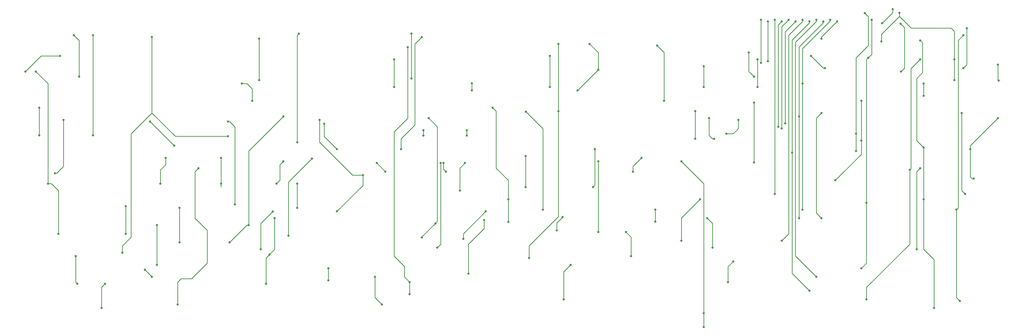
<source format=gbr>
%TF.GenerationSoftware,KiCad,Pcbnew,(6.0.0-rc1-114-gb471945224)*%
%TF.CreationDate,2022-04-25T13:04:53+02:00*%
%TF.ProjectId,HB-F1XD-keyboard,48422d46-3158-4442-9d6b-6579626f6172,1*%
%TF.SameCoordinates,Original*%
%TF.FileFunction,Copper,L2,Bot*%
%TF.FilePolarity,Positive*%
%FSLAX46Y46*%
G04 Gerber Fmt 4.6, Leading zero omitted, Abs format (unit mm)*
G04 Created by KiCad (PCBNEW (6.0.0-rc1-114-gb471945224)) date 2022-04-25 13:04:53*
%MOMM*%
%LPD*%
G01*
G04 APERTURE LIST*
%TA.AperFunction,ViaPad*%
%ADD10C,0.800000*%
%TD*%
%TA.AperFunction,Conductor*%
%ADD11C,0.250000*%
%TD*%
G04 APERTURE END LIST*
D10*
%TO.N,Net-(SW89-Pad1)*%
X324484994Y-107315000D03*
X376555000Y-92710000D03*
X319405000Y-102870000D03*
X375285000Y-107315000D03*
%TO.N,Net-(SW81-Pad1)*%
X371929999Y-111760000D03*
X371929999Y-104140000D03*
X351790000Y-86995000D03*
X345161923Y-97511923D03*
%TO.N,Net-(SW89-Pad2)*%
X345440000Y-90805000D03*
X349320153Y-85654847D03*
%TO.N,Net-(SW73-Pad1)*%
X328295000Y-148590000D03*
X337820000Y-133985000D03*
X337820000Y-119380000D03*
X387985000Y-106045000D03*
X387985000Y-125730000D03*
X377825000Y-137160000D03*
X388171250Y-111946260D03*
X379095000Y-147955000D03*
%TO.N,Net-(SW90-Pad1)*%
X296545000Y-101600000D03*
X298450000Y-110490000D03*
X352235000Y-90995000D03*
X352425000Y-108585000D03*
%TO.N,Net-(SW16-Pad2)*%
X375285000Y-95250000D03*
X105410000Y-132430220D03*
X77470000Y-184150000D03*
X228200000Y-162150000D03*
X181520000Y-164465000D03*
X77470000Y-95885000D03*
X176530000Y-169635010D03*
X323215000Y-123825000D03*
X66675000Y-175260000D03*
X323215000Y-162560000D03*
X74930000Y-181520000D03*
X226060000Y-167005002D03*
X372745000Y-159385000D03*
X179070000Y-125730000D03*
X374015000Y-193040000D03*
X142240000Y-180975000D03*
X142240000Y-185420000D03*
%TO.N,Net-(SW15-Pad2)*%
X280034984Y-202565000D03*
X140725309Y-127879691D03*
X184515003Y-142240000D03*
X360680000Y-155575000D03*
X364490000Y-195580000D03*
X163195000Y-145415000D03*
X55880000Y-95250000D03*
X360680000Y-136525000D03*
X254000000Y-145415000D03*
X280035000Y-197485000D03*
X271780000Y-141605000D03*
X145415000Y-137160000D03*
X55879992Y-132080000D03*
X359410000Y-97155000D03*
X160020000Y-142240000D03*
X257175000Y-140335000D03*
X185420000Y-145415000D03*
%TO.N,Net-(SW14-Pad2)*%
X288290000Y-131445000D03*
X48895000Y-95250000D03*
X251460000Y-167640000D03*
X359410000Y-144145000D03*
X292735000Y-126365000D03*
X106045000Y-171450000D03*
X335915000Y-137794992D03*
X125730000Y-125095000D03*
X253365000Y-176530000D03*
X358140000Y-173990000D03*
X110490000Y-113030000D03*
X335915000Y-131445000D03*
X113030000Y-165100000D03*
X339100000Y-87090489D03*
X241300000Y-141605000D03*
X50800000Y-110490000D03*
X114300000Y-119380000D03*
X241300000Y-167640000D03*
%TO.N,Net-(SW13-Pad2)*%
X281940000Y-125730000D03*
X154940000Y-146685000D03*
X139065000Y-126365000D03*
X265430000Y-119380000D03*
X355600000Y-144780000D03*
X359410000Y-104140000D03*
X231140000Y-179705000D03*
X130810000Y-149860000D03*
X228600000Y-192405000D03*
X130810000Y-158750000D03*
X145415000Y-160020000D03*
X262890000Y-99060000D03*
X283845000Y-133350000D03*
X339725000Y-192405000D03*
%TO.N,Net-(SW12-Pad2)*%
X341629998Y-89535000D03*
X59055000Y-195580000D03*
X215900000Y-177164996D03*
X122555000Y-162560000D03*
X337820000Y-180975000D03*
X60325000Y-186690000D03*
X226695000Y-98425000D03*
X107950000Y-157480000D03*
X339725000Y-156845000D03*
X120650000Y-175895000D03*
X226695000Y-123190000D03*
X340360000Y-103505000D03*
X119380000Y-186690000D03*
X105410000Y-127000000D03*
%TO.N,Net-(SW11-Pad2)*%
X183515000Y-142240000D03*
X176530000Y-95885000D03*
X76835000Y-127000000D03*
X94615000Y-144145000D03*
X328930000Y-90170000D03*
X323215000Y-96520000D03*
X233680000Y-115570000D03*
X241300000Y-107950000D03*
X86995000Y-194310000D03*
X238125000Y-98425000D03*
X85725000Y-135890000D03*
X182245000Y-173355022D03*
X168910000Y-137160000D03*
%TO.N,Net-(SW10-Pad2)*%
X123190000Y-149860000D03*
X374650002Y-123825000D03*
X194945000Y-115570000D03*
X208280000Y-155575000D03*
X360680006Y-117475000D03*
X130810000Y-134620000D03*
X316230001Y-159384999D03*
X125730000Y-141605000D03*
X262255000Y-163830000D03*
X208280000Y-163920010D03*
X45085000Y-126365000D03*
X194945000Y-112939990D03*
X202565000Y-121920000D03*
X326390000Y-89535000D03*
X360680000Y-113030000D03*
X41910000Y-146050000D03*
X172720000Y-94615000D03*
X375920000Y-153670000D03*
X172720000Y-111125000D03*
X131445000Y-94615000D03*
X262255000Y-159385000D03*
X316230000Y-113030000D03*
%TO.N,Net-(SW1-Pad2)*%
X214754044Y-123399043D03*
X79375000Y-165099978D03*
X281304998Y-162560000D03*
X199390000Y-163195000D03*
X314959996Y-162560000D03*
X116840000Y-96520000D03*
X116840000Y-111760000D03*
X314960004Y-125095000D03*
X323850000Y-90170000D03*
X193675000Y-182970010D03*
X283209998Y-173355000D03*
X79375000Y-179705000D03*
X220980000Y-159385000D03*
X161925000Y-194310000D03*
X159385000Y-184150000D03*
%TO.N,Net-(SW57-Pad1)*%
X298450000Y-120015000D03*
X43815000Y-102870000D03*
X31115000Y-108585000D03*
X298450000Y-142058044D03*
X36195000Y-121920000D03*
X299719996Y-114300000D03*
X36195000Y-132080000D03*
X318770000Y-90170000D03*
X318770000Y-189230000D03*
X312420002Y-138430000D03*
X299720000Y-104140004D03*
%TO.N,Net-(SW49-Pad1)*%
X316230000Y-89535000D03*
X43179998Y-168275000D03*
X290830000Y-178435000D03*
X288925000Y-186055000D03*
X49530000Y-176530000D03*
X39370000Y-149860000D03*
X50165000Y-186690000D03*
X34925000Y-108585000D03*
X308610000Y-170815000D03*
%TO.N,Net-(SW41-Pad1)*%
X309880000Y-127635000D03*
X80645000Y-149859996D03*
X82550000Y-140334998D03*
X136203133Y-140656867D03*
X87630000Y-158750000D03*
X127635000Y-169000000D03*
X177165000Y-130175000D03*
X313690000Y-90170000D03*
X177165000Y-132169500D03*
X87630000Y-171450000D03*
%TO.N,Net-(SW33-Pad1)*%
X214630000Y-139700000D03*
X214630000Y-151130000D03*
X308610000Y-129540000D03*
X311150000Y-89535000D03*
X191770000Y-170180000D03*
X200025000Y-160020000D03*
%TO.N,Net-(SW25-Pad1)*%
X102870000Y-149860000D03*
X192405000Y-142240000D03*
X117475000Y-173990000D03*
X193040000Y-132169500D03*
X190500000Y-152400000D03*
X193040000Y-130175000D03*
X121832251Y-160107749D03*
X308610000Y-90170000D03*
X102870000Y-140335000D03*
X307340000Y-128905000D03*
%TO.N,Net-(SW17-Pad1)*%
X67945000Y-168275000D03*
X278674986Y-155575000D03*
X271780000Y-170815000D03*
X306070000Y-89535000D03*
X67945000Y-158115000D03*
X306070000Y-153670000D03*
%TO.N,Net-(SW10-Pad1)*%
X276860000Y-133350000D03*
X280034994Y-106680000D03*
X280035000Y-114300000D03*
X303530000Y-104775000D03*
X239395000Y-151130000D03*
X240030000Y-137160000D03*
X303530000Y-90170000D03*
X276860000Y-123190000D03*
%TO.N,Net-(SW1-Pad1)*%
X166370000Y-104140000D03*
X300990000Y-105410000D03*
X166370000Y-114300000D03*
X300990000Y-89535000D03*
X223520000Y-102870000D03*
X223520000Y-114300000D03*
%TO.N,Net-(J3-Pad22)*%
X321310000Y-184150000D03*
X321310000Y-89535000D03*
X172085000Y-186055000D03*
X171378857Y-99623857D03*
X172085000Y-190500000D03*
%TD*%
D11*
%TO.N,Net-(SW89-Pad1)*%
X375285000Y-107315000D02*
X376555000Y-106045000D01*
X324484994Y-107315000D02*
X323850000Y-107315000D01*
X323850000Y-107315000D02*
X319405000Y-102870000D01*
X376555000Y-106045000D02*
X376555000Y-92710000D01*
%TO.N,Net-(SW81-Pad1)*%
X370730000Y-92600000D02*
X371929999Y-93799999D01*
X371929999Y-93799999D02*
X371929999Y-104140000D01*
X351790000Y-88265000D02*
X356125000Y-92600000D01*
X351790000Y-88265000D02*
X345161923Y-94893077D01*
X356125000Y-92600000D02*
X370730000Y-92600000D01*
X371929999Y-111760000D02*
X371929999Y-104140000D01*
X345161923Y-94893077D02*
X345161923Y-97511923D01*
X351790000Y-86995000D02*
X351790000Y-88265000D01*
%TO.N,Net-(SW89-Pad2)*%
X349250000Y-86995000D02*
X349320153Y-86924847D01*
X345440000Y-90805000D02*
X349250000Y-86995000D01*
X349320153Y-86924847D02*
X349320153Y-85654847D01*
%TO.N,Net-(SW73-Pad1)*%
X387985000Y-106045000D02*
X387985000Y-111760010D01*
X377825000Y-135890000D02*
X387985000Y-125730000D01*
X379095000Y-147955000D02*
X378460000Y-147955000D01*
X377825000Y-147320000D02*
X377825000Y-137160000D01*
X387985000Y-111760010D02*
X388171250Y-111946260D01*
X337820000Y-139065000D02*
X330835000Y-146050000D01*
X337820000Y-133985000D02*
X337820000Y-119380000D01*
X377825000Y-137160000D02*
X377825000Y-135890000D01*
X337820000Y-133985000D02*
X337820000Y-139065000D01*
X330835000Y-146050000D02*
X328295000Y-148590000D01*
X378460000Y-147955000D02*
X377825000Y-147320000D01*
%TO.N,Net-(SW90-Pad1)*%
X353695000Y-107315000D02*
X353695000Y-92455000D01*
X353695000Y-92455000D02*
X352235000Y-90995000D01*
X352425000Y-108585000D02*
X353695000Y-107315000D01*
X298450000Y-110490000D02*
X297089999Y-109129999D01*
X296545000Y-108585000D02*
X296545000Y-101600000D01*
X297089999Y-109129999D02*
X296545000Y-108585000D01*
%TO.N,Net-(SW16-Pad2)*%
X69850000Y-169545000D02*
X69850000Y-131445000D01*
X74930000Y-181520000D02*
X77470000Y-184060000D01*
X181520000Y-164465000D02*
X176530000Y-169455000D01*
X77470000Y-123825000D02*
X86075220Y-132430220D01*
X181520000Y-164465000D02*
X182245000Y-163740000D01*
X86075220Y-132430220D02*
X105410000Y-132430220D01*
X321310000Y-160655000D02*
X323215000Y-162560000D01*
X182245000Y-163740000D02*
X182245000Y-128905000D01*
X321310000Y-125730000D02*
X321310000Y-160655000D01*
X66675000Y-172720000D02*
X69850000Y-169545000D01*
X77470000Y-184060000D02*
X77470000Y-184150000D01*
X142240000Y-180975000D02*
X142240000Y-185420000D01*
X373380000Y-97155000D02*
X373380000Y-158750000D01*
X182245000Y-128905000D02*
X179070000Y-125730000D01*
X228200000Y-162235000D02*
X226060000Y-164375000D01*
X66675000Y-175260000D02*
X66675000Y-172720000D01*
X176530000Y-169455000D02*
X176530000Y-169635010D01*
X228200000Y-162150000D02*
X228200000Y-162235000D01*
X372745000Y-191770000D02*
X374015000Y-193040000D01*
X226060000Y-164375000D02*
X226060000Y-167005002D01*
X77470000Y-120650000D02*
X77470000Y-123825000D01*
X323215000Y-123825000D02*
X321310000Y-125730000D01*
X373380000Y-158750000D02*
X372745000Y-159385000D01*
X69850000Y-131445000D02*
X77470000Y-123825000D01*
X77470000Y-120650000D02*
X77470000Y-95885000D01*
X375285000Y-95250000D02*
X373380000Y-97155000D01*
X372745000Y-159385000D02*
X372745000Y-191770000D01*
%TO.N,Net-(SW15-Pad2)*%
X360680000Y-155575000D02*
X360680000Y-173990000D01*
X254000000Y-143510000D02*
X257175000Y-140335000D01*
X359809999Y-97554999D02*
X359410000Y-97155000D01*
X184515003Y-142240000D02*
X184515003Y-144510003D01*
X271780000Y-141605000D02*
X280034984Y-149859984D01*
X140725309Y-132470309D02*
X145415000Y-137160000D01*
X280034984Y-149859984D02*
X280034984Y-202565000D01*
X184515003Y-144510003D02*
X185420000Y-145415000D01*
X140725309Y-127879691D02*
X140725309Y-132470309D01*
X360680000Y-136525000D02*
X358140000Y-133985000D01*
X360280001Y-108984999D02*
X360280001Y-98025001D01*
X360680000Y-136525000D02*
X360680000Y-155575000D01*
X163195000Y-145415000D02*
X160020000Y-142240000D01*
X55880000Y-95250000D02*
X55880000Y-132079992D01*
X364490000Y-177800000D02*
X364490000Y-195580000D01*
X254000000Y-145415000D02*
X254000000Y-143510000D01*
X358140000Y-133985000D02*
X358140000Y-111125000D01*
X360680000Y-173990000D02*
X364490000Y-177800000D01*
X360280001Y-98025001D02*
X359809999Y-97554999D01*
X358140000Y-111125000D02*
X360280001Y-108984999D01*
X55880000Y-132079992D02*
X55879992Y-132080000D01*
%TO.N,Net-(SW14-Pad2)*%
X112395000Y-113030000D02*
X114300000Y-114935000D01*
X125730000Y-125095000D02*
X113030000Y-137795000D01*
X292735000Y-129540000D02*
X292735000Y-126365000D01*
X113030000Y-137795000D02*
X113030000Y-165100000D01*
X288290000Y-131445000D02*
X290830000Y-131445000D01*
X340360000Y-88350489D02*
X340360000Y-99060000D01*
X335915000Y-131445000D02*
X335915000Y-137794992D01*
X110490000Y-113030000D02*
X112395000Y-113030000D01*
X106045000Y-171450000D02*
X112395000Y-165100000D01*
X50800000Y-97155000D02*
X50800000Y-110490000D01*
X253365000Y-169545000D02*
X251460000Y-167640000D01*
X340360000Y-99060000D02*
X335915000Y-103505000D01*
X114300000Y-114935000D02*
X114300000Y-119380000D01*
X112395000Y-165100000D02*
X113030000Y-165100000D01*
X335915000Y-103505000D02*
X335915000Y-131445000D01*
X358140000Y-173990000D02*
X358140000Y-145415000D01*
X241300000Y-141605000D02*
X241300000Y-167640000D01*
X358140000Y-145415000D02*
X359410000Y-144145000D01*
X290830000Y-131445000D02*
X292735000Y-129540000D01*
X48895000Y-95250000D02*
X50800000Y-97155000D01*
X339100000Y-87090489D02*
X340360000Y-88350489D01*
X253365000Y-176530000D02*
X253365000Y-169545000D01*
%TO.N,Net-(SW13-Pad2)*%
X154940000Y-146685000D02*
X151130000Y-146685000D01*
X228600000Y-182245000D02*
X228600000Y-192405000D01*
X339725000Y-187960000D02*
X355600000Y-172085000D01*
X262890000Y-99060000D02*
X265430000Y-101600000D01*
X151130000Y-146685000D02*
X139065000Y-134620000D01*
X283210000Y-133350000D02*
X281940000Y-132080000D01*
X231140000Y-179705000D02*
X228600000Y-182245000D01*
X355999999Y-107550001D02*
X355999999Y-144380001D01*
X339725000Y-192405000D02*
X339725000Y-187960000D01*
X154940000Y-150495000D02*
X145415000Y-160020000D01*
X281940000Y-132080000D02*
X281940000Y-125730000D01*
X355600000Y-172085000D02*
X355600000Y-144780000D01*
X283845000Y-133350000D02*
X283210000Y-133350000D01*
X265430000Y-101600000D02*
X265430000Y-119380000D01*
X130810000Y-149860000D02*
X130810000Y-158750000D01*
X355999999Y-144380001D02*
X355600000Y-144780000D01*
X154940000Y-146685000D02*
X154940000Y-150495000D01*
X359410000Y-104140000D02*
X355999999Y-107550001D01*
X139065000Y-134620000D02*
X139065000Y-126365000D01*
%TO.N,Net-(SW12-Pad2)*%
X59055000Y-195580000D02*
X59055000Y-187960000D01*
X122555000Y-162560000D02*
X122555000Y-173990000D01*
X119380000Y-186690000D02*
X119380000Y-177165000D01*
X339725000Y-156845000D02*
X339725000Y-179070000D01*
X106045000Y-127000000D02*
X107950000Y-128905000D01*
X215900000Y-172719998D02*
X215900000Y-177164996D01*
X59055000Y-187960000D02*
X60325000Y-186690000D01*
X107950000Y-128905000D02*
X107950000Y-157480000D01*
X340360000Y-103505000D02*
X339725000Y-104140000D01*
X119380000Y-177165000D02*
X120650000Y-175895000D01*
X226695000Y-98425000D02*
X226695000Y-123190000D01*
X339725000Y-179070000D02*
X337820000Y-180975000D01*
X122555000Y-173990000D02*
X120650000Y-175895000D01*
X105410000Y-127000000D02*
X106045000Y-127000000D01*
X340360000Y-103505000D02*
X341629998Y-102235002D01*
X339725000Y-104140000D02*
X339725000Y-156845000D01*
X226695000Y-161924998D02*
X215900000Y-172719998D01*
X226695000Y-123190000D02*
X226695000Y-161924998D01*
X341629998Y-102235002D02*
X341629998Y-89535000D01*
%TO.N,Net-(SW11-Pad2)*%
X241300000Y-101600000D02*
X241300000Y-107950000D01*
X97790000Y-167005000D02*
X97790000Y-179070000D01*
X173990000Y-128270000D02*
X168910000Y-133350000D01*
X234950000Y-114300000D02*
X233680000Y-115570000D01*
X176530000Y-95885000D02*
X173990000Y-98425000D01*
X85725000Y-135890000D02*
X76835000Y-127000000D01*
X173990000Y-98425000D02*
X173990000Y-128270000D01*
X88265000Y-184785000D02*
X86995000Y-186055000D01*
X93345000Y-162560000D02*
X97790000Y-167005000D01*
X94615000Y-144145000D02*
X93345000Y-145415000D01*
X323215000Y-95885000D02*
X323215000Y-96520000D01*
X183515000Y-172085022D02*
X183515000Y-142240000D01*
X182245000Y-173355022D02*
X183515000Y-172085022D01*
X328930000Y-90170000D02*
X323215000Y-95885000D01*
X93345000Y-145415000D02*
X93345000Y-162560000D01*
X97790000Y-179070000D02*
X92075000Y-184785000D01*
X92075000Y-184785000D02*
X88265000Y-184785000D01*
X241300000Y-107950000D02*
X234950000Y-114300000D01*
X86995000Y-186055000D02*
X86995000Y-194310000D01*
X168910000Y-133350000D02*
X168910000Y-137160000D01*
X238125000Y-98425000D02*
X241300000Y-101600000D01*
%TO.N,Net-(SW10-Pad2)*%
X172720000Y-94615000D02*
X172720000Y-111125000D01*
X203835000Y-144145000D02*
X208280000Y-148590000D01*
X202565000Y-121920000D02*
X203835000Y-123190000D01*
X374650002Y-152400002D02*
X374650002Y-123825000D01*
X208280000Y-148590000D02*
X208280000Y-155575000D01*
X124460000Y-142875000D02*
X124460000Y-148590000D01*
X45085000Y-143510000D02*
X45085000Y-126365000D01*
X203835000Y-123190000D02*
X203835000Y-144145000D01*
X316230000Y-158819313D02*
X316230000Y-113030000D01*
X131445000Y-94615000D02*
X130810000Y-95250000D01*
X194945000Y-112939990D02*
X194945000Y-115570000D01*
X326390000Y-89535000D02*
X326390000Y-89979500D01*
X316230001Y-159384999D02*
X316230000Y-158819313D01*
X326390000Y-89979500D02*
X316230000Y-100139500D01*
X316230000Y-100139500D02*
X316230000Y-113030000D01*
X125730000Y-141605000D02*
X124460000Y-142875000D01*
X124460000Y-148590000D02*
X123190000Y-149860000D01*
X360680006Y-113030006D02*
X360680000Y-113030000D01*
X360680006Y-117475000D02*
X360680006Y-113030006D01*
X208280000Y-155575000D02*
X208280000Y-163920010D01*
X41910000Y-146050000D02*
X42545000Y-146050000D01*
X375920000Y-153670000D02*
X374650002Y-152400002D01*
X130810000Y-95250000D02*
X130810000Y-134620000D01*
X42545000Y-146050000D02*
X45085000Y-143510000D01*
X262255000Y-159385000D02*
X262255000Y-163830000D01*
%TO.N,Net-(SW1-Pad2)*%
X79375000Y-179705000D02*
X79375000Y-165099978D01*
X323850000Y-90678000D02*
X314960000Y-99568000D01*
X283209998Y-173355000D02*
X283209998Y-164465000D01*
X159385000Y-191770000D02*
X159385000Y-184150000D01*
X314960004Y-162559992D02*
X314959996Y-162560000D01*
X314960000Y-99568000D02*
X314960000Y-125094996D01*
X214754044Y-123399043D02*
X220980000Y-129624999D01*
X161925000Y-194310000D02*
X159385000Y-191770000D01*
X116840000Y-96520000D02*
X116840000Y-111760000D01*
X283209998Y-164465000D02*
X281304998Y-162560000D01*
X323850000Y-90170000D02*
X323850000Y-90678000D01*
X199390000Y-166370000D02*
X199390000Y-163195000D01*
X193675000Y-172085000D02*
X199390000Y-166370000D01*
X314960004Y-125095000D02*
X314960004Y-162559992D01*
X314960000Y-125094996D02*
X314960004Y-125095000D01*
X193675000Y-182970010D02*
X193675000Y-172085000D01*
X220980000Y-129624999D02*
X220980000Y-159385000D01*
%TO.N,Net-(SW57-Pad1)*%
X312420000Y-138429998D02*
X312420004Y-138429998D01*
X312420004Y-138429998D02*
X312420002Y-138430000D01*
X36195000Y-121920000D02*
X36195000Y-132080000D01*
X299719996Y-114300000D02*
X299719996Y-104140008D01*
X318770000Y-90170000D02*
X318770000Y-90678000D01*
X36830000Y-102870000D02*
X43815000Y-102870000D01*
X318770000Y-189230000D02*
X312420002Y-182880002D01*
X312420000Y-97028000D02*
X312420000Y-138429998D01*
X298450000Y-120015000D02*
X298450000Y-120580685D01*
X318770000Y-90678000D02*
X312420000Y-97028000D01*
X298450000Y-120580685D02*
X298450000Y-142058044D01*
X299719996Y-104140008D02*
X299720000Y-104140004D01*
X31115000Y-108585000D02*
X36830000Y-102870000D01*
X312420002Y-182880002D02*
X312420002Y-138430000D01*
%TO.N,Net-(SW49-Pad1)*%
X316230000Y-90170000D02*
X311150000Y-95250000D01*
X49530000Y-186055000D02*
X50165000Y-186690000D01*
X43180000Y-168274998D02*
X43179998Y-168275000D01*
X39370000Y-149860000D02*
X40640000Y-149860000D01*
X316230000Y-89535000D02*
X316230000Y-90170000D01*
X40640000Y-149860000D02*
X43180000Y-152400000D01*
X290830000Y-178435000D02*
X288925000Y-180340000D01*
X311150000Y-95250000D02*
X311150000Y-168275000D01*
X39370000Y-113030000D02*
X39370000Y-149860000D01*
X288925000Y-180340000D02*
X288925000Y-186055000D01*
X43180000Y-158750000D02*
X43180000Y-168274998D01*
X49530000Y-176530000D02*
X49530000Y-186055000D01*
X311150000Y-168275000D02*
X308610000Y-170815000D01*
X43180000Y-152400000D02*
X43180000Y-158750000D01*
X34925000Y-108585000D02*
X39370000Y-113030000D01*
%TO.N,Net-(SW41-Pad1)*%
X127635000Y-169000000D02*
X127635000Y-149225000D01*
X87630000Y-171450000D02*
X87630000Y-158750000D01*
X309880000Y-93980000D02*
X309880000Y-127635000D01*
X80645000Y-149859996D02*
X80645000Y-144780000D01*
X82550000Y-142875000D02*
X82550000Y-140334998D01*
X177165000Y-130175000D02*
X177165000Y-132169500D01*
X313690000Y-90170000D02*
X309880000Y-93980000D01*
X127635000Y-149225000D02*
X136203133Y-140656867D01*
X80645000Y-144780000D02*
X82550000Y-142875000D01*
%TO.N,Net-(SW33-Pad1)*%
X214630000Y-139700000D02*
X214630000Y-151130000D01*
X191770000Y-168275000D02*
X200025000Y-160020000D01*
X311150000Y-89550000D02*
X308610000Y-92090000D01*
X308610000Y-92090000D02*
X308610000Y-129540000D01*
X191770000Y-170180000D02*
X191770000Y-168275000D01*
X311150000Y-89535000D02*
X311150000Y-89550000D01*
%TO.N,Net-(SW25-Pad1)*%
X102870000Y-140335000D02*
X102870000Y-151130000D01*
X117475000Y-164465000D02*
X121832251Y-160107749D01*
X190500000Y-144145000D02*
X190500000Y-152400000D01*
X193040000Y-130175000D02*
X193040000Y-132169500D01*
X102870000Y-151130000D02*
X102870000Y-149860000D01*
X192405000Y-142240000D02*
X190500000Y-144145000D01*
X117475000Y-173990000D02*
X117475000Y-164465000D01*
X308610000Y-90170000D02*
X307340000Y-91440000D01*
X307340000Y-91440000D02*
X307340000Y-128905000D01*
%TO.N,Net-(SW17-Pad1)*%
X271780000Y-170815000D02*
X271780000Y-162469986D01*
X306070000Y-89535000D02*
X306070000Y-153670000D01*
X67945000Y-158115000D02*
X67945000Y-168275000D01*
X271780000Y-162469986D02*
X278674986Y-155575000D01*
%TO.N,Net-(SW10-Pad1)*%
X240030000Y-150495000D02*
X239395000Y-151130000D01*
X276860000Y-123190000D02*
X276860000Y-126365000D01*
X280035000Y-106680006D02*
X280034994Y-106680000D01*
X303530000Y-90170000D02*
X303530000Y-104775000D01*
X280035000Y-114300000D02*
X280035000Y-106680006D01*
X276860000Y-126365000D02*
X276860000Y-133350000D01*
X240030000Y-137160000D02*
X240030000Y-150495000D01*
%TO.N,Net-(SW1-Pad1)*%
X300990000Y-89535000D02*
X300990000Y-105410000D01*
X223520000Y-114300000D02*
X223520000Y-102870000D01*
X166370000Y-114300000D02*
X166370000Y-104140000D01*
%TO.N,Net-(J3-Pad22)*%
X171378857Y-99623857D02*
X171378857Y-125801143D01*
X170180000Y-180340000D02*
X170180000Y-184150000D01*
X313599999Y-176439999D02*
X321310000Y-184150000D01*
X313599999Y-97880001D02*
X313599999Y-176439999D01*
X321310000Y-89535000D02*
X321310000Y-90170000D01*
X172085000Y-190500000D02*
X172085000Y-186055000D01*
X171378857Y-125801143D02*
X166370000Y-130810000D01*
X321310000Y-90170000D02*
X313599999Y-97880001D01*
X166370000Y-130810000D02*
X166370000Y-176530000D01*
X166370000Y-176530000D02*
X170180000Y-180340000D01*
X170180000Y-184150000D02*
X172085000Y-186055000D01*
%TD*%
M02*

</source>
